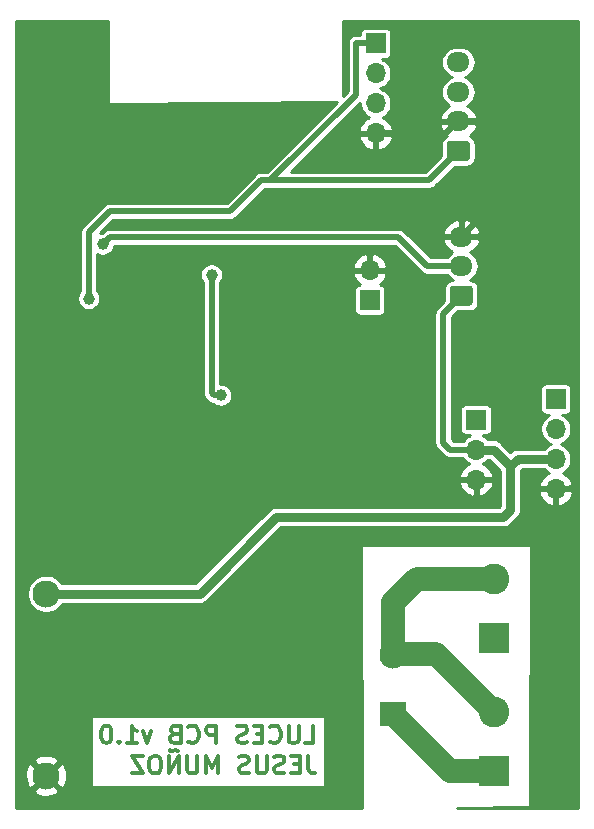
<source format=gbr>
%TF.GenerationSoftware,KiCad,Pcbnew,(5.1.10)-1*%
%TF.CreationDate,2021-09-08T13:01:39+02:00*%
%TF.ProjectId,LUCES,4c554345-532e-46b6-9963-61645f706362,rev?*%
%TF.SameCoordinates,Original*%
%TF.FileFunction,Copper,L2,Bot*%
%TF.FilePolarity,Positive*%
%FSLAX46Y46*%
G04 Gerber Fmt 4.6, Leading zero omitted, Abs format (unit mm)*
G04 Created by KiCad (PCBNEW (5.1.10)-1) date 2021-09-08 13:01:39*
%MOMM*%
%LPD*%
G01*
G04 APERTURE LIST*
%TA.AperFunction,NonConductor*%
%ADD10C,0.300000*%
%TD*%
%TA.AperFunction,ComponentPad*%
%ADD11O,1.700000X1.700000*%
%TD*%
%TA.AperFunction,ComponentPad*%
%ADD12R,1.700000X1.700000*%
%TD*%
%TA.AperFunction,ComponentPad*%
%ADD13C,2.300000*%
%TD*%
%TA.AperFunction,ComponentPad*%
%ADD14R,2.300000X2.000000*%
%TD*%
%TA.AperFunction,ComponentPad*%
%ADD15C,2.600000*%
%TD*%
%TA.AperFunction,ComponentPad*%
%ADD16R,2.600000X2.600000*%
%TD*%
%TA.AperFunction,ComponentPad*%
%ADD17O,1.950000X1.700000*%
%TD*%
%TA.AperFunction,ViaPad*%
%ADD18C,1.000000*%
%TD*%
%TA.AperFunction,Conductor*%
%ADD19C,2.000000*%
%TD*%
%TA.AperFunction,Conductor*%
%ADD20C,0.500000*%
%TD*%
%TA.AperFunction,Conductor*%
%ADD21C,0.800000*%
%TD*%
%TA.AperFunction,Conductor*%
%ADD22C,0.254000*%
%TD*%
%TA.AperFunction,Conductor*%
%ADD23C,0.020000*%
%TD*%
G04 APERTURE END LIST*
D10*
X683571Y-27853571D02*
X1397857Y-27853571D01*
X1397857Y-26353571D01*
X183571Y-26353571D02*
X183571Y-27567857D01*
X112142Y-27710714D01*
X40714Y-27782142D01*
X-102142Y-27853571D01*
X-387857Y-27853571D01*
X-530714Y-27782142D01*
X-602142Y-27710714D01*
X-673571Y-27567857D01*
X-673571Y-26353571D01*
X-2244999Y-27710714D02*
X-2173571Y-27782142D01*
X-1959285Y-27853571D01*
X-1816428Y-27853571D01*
X-1602142Y-27782142D01*
X-1459285Y-27639285D01*
X-1387857Y-27496428D01*
X-1316428Y-27210714D01*
X-1316428Y-26996428D01*
X-1387857Y-26710714D01*
X-1459285Y-26567857D01*
X-1602142Y-26425000D01*
X-1816428Y-26353571D01*
X-1959285Y-26353571D01*
X-2173571Y-26425000D01*
X-2244999Y-26496428D01*
X-2887857Y-27067857D02*
X-3387857Y-27067857D01*
X-3602142Y-27853571D02*
X-2887857Y-27853571D01*
X-2887857Y-26353571D01*
X-3602142Y-26353571D01*
X-4173571Y-27782142D02*
X-4387857Y-27853571D01*
X-4744999Y-27853571D01*
X-4887857Y-27782142D01*
X-4959285Y-27710714D01*
X-5030714Y-27567857D01*
X-5030714Y-27425000D01*
X-4959285Y-27282142D01*
X-4887857Y-27210714D01*
X-4744999Y-27139285D01*
X-4459285Y-27067857D01*
X-4316428Y-26996428D01*
X-4244999Y-26925000D01*
X-4173571Y-26782142D01*
X-4173571Y-26639285D01*
X-4244999Y-26496428D01*
X-4316428Y-26425000D01*
X-4459285Y-26353571D01*
X-4816428Y-26353571D01*
X-5030714Y-26425000D01*
X-6816428Y-27853571D02*
X-6816428Y-26353571D01*
X-7387857Y-26353571D01*
X-7530714Y-26425000D01*
X-7602142Y-26496428D01*
X-7673571Y-26639285D01*
X-7673571Y-26853571D01*
X-7602142Y-26996428D01*
X-7530714Y-27067857D01*
X-7387857Y-27139285D01*
X-6816428Y-27139285D01*
X-9173571Y-27710714D02*
X-9102142Y-27782142D01*
X-8887857Y-27853571D01*
X-8744999Y-27853571D01*
X-8530714Y-27782142D01*
X-8387857Y-27639285D01*
X-8316428Y-27496428D01*
X-8244999Y-27210714D01*
X-8244999Y-26996428D01*
X-8316428Y-26710714D01*
X-8387857Y-26567857D01*
X-8530714Y-26425000D01*
X-8744999Y-26353571D01*
X-8887857Y-26353571D01*
X-9102142Y-26425000D01*
X-9173571Y-26496428D01*
X-10316428Y-27067857D02*
X-10530714Y-27139285D01*
X-10602142Y-27210714D01*
X-10673571Y-27353571D01*
X-10673571Y-27567857D01*
X-10602142Y-27710714D01*
X-10530714Y-27782142D01*
X-10387857Y-27853571D01*
X-9816428Y-27853571D01*
X-9816428Y-26353571D01*
X-10316428Y-26353571D01*
X-10459285Y-26425000D01*
X-10530714Y-26496428D01*
X-10602142Y-26639285D01*
X-10602142Y-26782142D01*
X-10530714Y-26925000D01*
X-10459285Y-26996428D01*
X-10316428Y-27067857D01*
X-9816428Y-27067857D01*
X-12316428Y-26853571D02*
X-12673571Y-27853571D01*
X-13030714Y-26853571D01*
X-14387857Y-27853571D02*
X-13530714Y-27853571D01*
X-13959285Y-27853571D02*
X-13959285Y-26353571D01*
X-13816428Y-26567857D01*
X-13673571Y-26710714D01*
X-13530714Y-26782142D01*
X-15030714Y-27710714D02*
X-15102142Y-27782142D01*
X-15030714Y-27853571D01*
X-14959285Y-27782142D01*
X-15030714Y-27710714D01*
X-15030714Y-27853571D01*
X-16030714Y-26353571D02*
X-16173571Y-26353571D01*
X-16316428Y-26425000D01*
X-16387857Y-26496428D01*
X-16459285Y-26639285D01*
X-16530714Y-26925000D01*
X-16530714Y-27282142D01*
X-16459285Y-27567857D01*
X-16387857Y-27710714D01*
X-16316428Y-27782142D01*
X-16173571Y-27853571D01*
X-16030714Y-27853571D01*
X-15887857Y-27782142D01*
X-15816428Y-27710714D01*
X-15745000Y-27567857D01*
X-15673571Y-27282142D01*
X-15673571Y-26925000D01*
X-15745000Y-26639285D01*
X-15816428Y-26496428D01*
X-15887857Y-26425000D01*
X-16030714Y-26353571D01*
X969285Y-28903571D02*
X969285Y-29975000D01*
X1040714Y-30189285D01*
X1183571Y-30332142D01*
X1397857Y-30403571D01*
X1540714Y-30403571D01*
X255000Y-29617857D02*
X-245000Y-29617857D01*
X-459285Y-30403571D02*
X255000Y-30403571D01*
X255000Y-28903571D01*
X-459285Y-28903571D01*
X-1030714Y-30332142D02*
X-1245000Y-30403571D01*
X-1602142Y-30403571D01*
X-1745000Y-30332142D01*
X-1816428Y-30260714D01*
X-1887857Y-30117857D01*
X-1887857Y-29975000D01*
X-1816428Y-29832142D01*
X-1745000Y-29760714D01*
X-1602142Y-29689285D01*
X-1316428Y-29617857D01*
X-1173571Y-29546428D01*
X-1102142Y-29475000D01*
X-1030714Y-29332142D01*
X-1030714Y-29189285D01*
X-1102142Y-29046428D01*
X-1173571Y-28975000D01*
X-1316428Y-28903571D01*
X-1673571Y-28903571D01*
X-1887857Y-28975000D01*
X-2530714Y-28903571D02*
X-2530714Y-30117857D01*
X-2602142Y-30260714D01*
X-2673571Y-30332142D01*
X-2816428Y-30403571D01*
X-3102142Y-30403571D01*
X-3245000Y-30332142D01*
X-3316428Y-30260714D01*
X-3387857Y-30117857D01*
X-3387857Y-28903571D01*
X-4030714Y-30332142D02*
X-4245000Y-30403571D01*
X-4602142Y-30403571D01*
X-4745000Y-30332142D01*
X-4816428Y-30260714D01*
X-4887857Y-30117857D01*
X-4887857Y-29975000D01*
X-4816428Y-29832142D01*
X-4745000Y-29760714D01*
X-4602142Y-29689285D01*
X-4316428Y-29617857D01*
X-4173571Y-29546428D01*
X-4102142Y-29475000D01*
X-4030714Y-29332142D01*
X-4030714Y-29189285D01*
X-4102142Y-29046428D01*
X-4173571Y-28975000D01*
X-4316428Y-28903571D01*
X-4673571Y-28903571D01*
X-4887857Y-28975000D01*
X-6673571Y-30403571D02*
X-6673571Y-28903571D01*
X-7173571Y-29975000D01*
X-7673571Y-28903571D01*
X-7673571Y-30403571D01*
X-8387857Y-28903571D02*
X-8387857Y-30117857D01*
X-8459285Y-30260714D01*
X-8530714Y-30332142D01*
X-8673571Y-30403571D01*
X-8959285Y-30403571D01*
X-9102142Y-30332142D01*
X-9173571Y-30260714D01*
X-9245000Y-30117857D01*
X-9245000Y-28903571D01*
X-9959285Y-30403571D02*
X-9959285Y-28903571D01*
X-10816428Y-30403571D01*
X-10816428Y-28903571D01*
X-10030714Y-28546428D02*
X-10102142Y-28475000D01*
X-10245000Y-28403571D01*
X-10530714Y-28546428D01*
X-10673571Y-28475000D01*
X-10745000Y-28403571D01*
X-11816428Y-28903571D02*
X-12102142Y-28903571D01*
X-12244999Y-28975000D01*
X-12387857Y-29117857D01*
X-12459285Y-29403571D01*
X-12459285Y-29903571D01*
X-12387857Y-30189285D01*
X-12244999Y-30332142D01*
X-12102142Y-30403571D01*
X-11816428Y-30403571D01*
X-11673571Y-30332142D01*
X-11530714Y-30189285D01*
X-11459285Y-29903571D01*
X-11459285Y-29403571D01*
X-11530714Y-29117857D01*
X-11673571Y-28975000D01*
X-11816428Y-28903571D01*
X-12959285Y-28903571D02*
X-13959285Y-28903571D01*
X-12959285Y-30403571D01*
X-13959285Y-30403571D01*
D11*
%TO.P,J7,3*%
%TO.N,Earth*%
X15200000Y-5530000D03*
%TO.P,J7,2*%
%TO.N,+5V*%
X15200000Y-2990000D03*
D12*
%TO.P,J7,1*%
%TO.N,/PWM*%
X15200000Y-450000D03*
%TD*%
D11*
%TO.P,J4,4*%
%TO.N,Earth*%
X21950000Y-6320000D03*
%TO.P,J4,3*%
%TO.N,+5V*%
X21950000Y-3780000D03*
%TO.P,J4,2*%
%TO.N,/ZC*%
X21950000Y-1240000D03*
D12*
%TO.P,J4,1*%
%TO.N,/DIM*%
X21950000Y1300000D03*
%TD*%
D13*
%TO.P,PS1,4*%
%TO.N,+5V*%
X-21200000Y-15200000D03*
%TO.P,PS1,2*%
%TO.N,/N_in*%
X8200000Y-20400000D03*
D14*
%TO.P,PS1,1*%
%TO.N,/L_in*%
X8200000Y-25400000D03*
D13*
%TO.P,PS1,3*%
%TO.N,Earth*%
X-21200000Y-30600000D03*
%TD*%
D11*
%TO.P,JP1,2*%
%TO.N,Earth*%
X6200000Y12200000D03*
D12*
%TO.P,JP1,1*%
%TO.N,Net-(JP1-Pad1)*%
X6200000Y9660000D03*
%TD*%
D15*
%TO.P,J2,2*%
%TO.N,/N_in*%
X16700000Y-13950000D03*
D16*
%TO.P,J2,1*%
%TO.N,Net-(J2-Pad1)*%
X16700000Y-18950000D03*
%TD*%
D11*
%TO.P,J5,4*%
%TO.N,Earth*%
X6700000Y23780000D03*
%TO.P,J5,3*%
%TO.N,Net-(J5-Pad3)*%
X6700000Y26320000D03*
%TO.P,J5,2*%
%TO.N,Net-(J5-Pad2)*%
X6700000Y28860000D03*
D12*
%TO.P,J5,1*%
%TO.N,+3V3*%
X6700000Y31400000D03*
%TD*%
D17*
%TO.P,J6,3*%
%TO.N,Earth*%
X13950000Y15050000D03*
%TO.P,J6,2*%
%TO.N,/PIR*%
X13950000Y12550000D03*
%TO.P,J6,1*%
%TO.N,+5V*%
%TA.AperFunction,ComponentPad*%
G36*
G01*
X14675000Y9200000D02*
X13225000Y9200000D01*
G75*
G02*
X12975000Y9450000I0J250000D01*
G01*
X12975000Y10650000D01*
G75*
G02*
X13225000Y10900000I250000J0D01*
G01*
X14675000Y10900000D01*
G75*
G02*
X14925000Y10650000I0J-250000D01*
G01*
X14925000Y9450000D01*
G75*
G02*
X14675000Y9200000I-250000J0D01*
G01*
G37*
%TD.AperFunction*%
%TD*%
D15*
%TO.P,J1,2*%
%TO.N,/N_in*%
X16700000Y-25200000D03*
D16*
%TO.P,J1,1*%
%TO.N,/L_in*%
X16700000Y-30200000D03*
%TD*%
D17*
%TO.P,J3,4*%
%TO.N,/SCL*%
X13700000Y29800000D03*
%TO.P,J3,3*%
%TO.N,/SDA*%
X13700000Y27300000D03*
%TO.P,J3,2*%
%TO.N,Earth*%
X13700000Y24800000D03*
%TO.P,J3,1*%
%TO.N,+3V3*%
%TA.AperFunction,ComponentPad*%
G36*
G01*
X14425000Y21450000D02*
X12975000Y21450000D01*
G75*
G02*
X12725000Y21700000I0J250000D01*
G01*
X12725000Y22900000D01*
G75*
G02*
X12975000Y23150000I250000J0D01*
G01*
X14425000Y23150000D01*
G75*
G02*
X14675000Y22900000I0J-250000D01*
G01*
X14675000Y21700000D01*
G75*
G02*
X14425000Y21450000I-250000J0D01*
G01*
G37*
%TD.AperFunction*%
%TD*%
D18*
%TO.N,Earth*%
X10600000Y-1000000D03*
X-5400000Y-7800000D03*
X-15400000Y3400000D03*
%TO.N,Net-(R1-Pad1)*%
X-7200000Y11800000D03*
X-6400000Y1600000D03*
%TO.N,+3V3*%
X-17600000Y9800000D03*
%TO.N,/PIR*%
X-16400000Y14400000D03*
%TD*%
D19*
%TO.N,/N_in*%
X16700000Y-25200000D02*
X11820000Y-20320000D01*
X8280000Y-20320000D02*
X8200000Y-20400000D01*
X11820000Y-20320000D02*
X8280000Y-20320000D01*
X8200000Y-20400000D02*
X8200000Y-15930000D01*
X10180000Y-13950000D02*
X16700000Y-13950000D01*
X8200000Y-15930000D02*
X10180000Y-13950000D01*
%TO.N,/L_in*%
X13000000Y-30200000D02*
X8200000Y-25400000D01*
X16700000Y-30200000D02*
X13000000Y-30200000D01*
D20*
%TO.N,Earth*%
X12680000Y23780000D02*
X13700000Y24800000D01*
X6700000Y23780000D02*
X12680000Y23780000D01*
X13700000Y24800000D02*
X16000000Y24800000D01*
X16000000Y24800000D02*
X17400000Y23400000D01*
X17400000Y18500000D02*
X13950000Y15050000D01*
X17400000Y23400000D02*
X17400000Y18500000D01*
X10600000Y-1000000D02*
X10600000Y-4200000D01*
X11930000Y-5530000D02*
X15200000Y-5530000D01*
X10600000Y-4200000D02*
X11930000Y-5530000D01*
X1400000Y-1000000D02*
X10600000Y-1000000D01*
X-5400000Y-7800000D02*
X1400000Y-1000000D01*
X-5400000Y-6600000D02*
X-5400000Y-7800000D01*
X-15400000Y3400000D02*
X-5400000Y-6600000D01*
X18350000Y15050000D02*
X13950000Y15050000D01*
X23719990Y9680010D02*
X18350000Y15050000D01*
X23719990Y-5780010D02*
X23719990Y9680010D01*
X23180000Y-6320000D02*
X23719990Y-5780010D01*
X21950000Y-6320000D02*
X23180000Y-6320000D01*
%TO.N,Net-(R1-Pad1)*%
X-7000000Y1600000D02*
X-7200000Y1800000D01*
X-6400000Y1600000D02*
X-7000000Y1600000D01*
X-7200000Y1800000D02*
X-7200000Y11800000D01*
%TO.N,+5V*%
X15200000Y-2990000D02*
X12990000Y-2990000D01*
X12990000Y-2990000D02*
X12400000Y-2400000D01*
X12400000Y8500000D02*
X13950000Y10050000D01*
X12400000Y-2400000D02*
X12400000Y8500000D01*
D21*
X15200000Y-2990000D02*
X15690000Y-2990000D01*
X-8200000Y-15200000D02*
X-21200000Y-15200000D01*
X17500000Y-8700000D02*
X-1700000Y-8700000D01*
X18100000Y-8100000D02*
X17500000Y-8700000D01*
X16690000Y-2990000D02*
X18100000Y-4400000D01*
X-1700000Y-8700000D02*
X-8200000Y-15200000D01*
X18100000Y-4400000D02*
X18100000Y-8100000D01*
X15200000Y-2990000D02*
X16690000Y-2990000D01*
X18720000Y-3780000D02*
X18100000Y-4400000D01*
X21950000Y-3780000D02*
X18720000Y-3780000D01*
D20*
%TO.N,+3V3*%
X-17600000Y9800000D02*
X-17600000Y15400000D01*
X-17600000Y15400000D02*
X-15800000Y17200000D01*
X-5600000Y17200000D02*
X-3000000Y19800000D01*
X-15800000Y17200000D02*
X-5600000Y17200000D01*
X11200000Y19800000D02*
X13700000Y22300000D01*
X-3000000Y19800000D02*
X11200000Y19800000D01*
X6700000Y31400000D02*
X5050010Y31400000D01*
X-2222166Y19800000D02*
X-3000000Y19800000D01*
X5050010Y27072176D02*
X-2222166Y19800000D01*
X5050010Y31400000D02*
X5050010Y27072176D01*
%TO.N,/PIR*%
X-16400000Y14400000D02*
X-15800000Y15000000D01*
X-15800000Y15000000D02*
X8600000Y15000000D01*
X11050000Y12550000D02*
X13950000Y12550000D01*
X8600000Y15000000D02*
X11050000Y12550000D01*
%TD*%
D22*
%TO.N,Earth*%
X-15927000Y26400000D02*
X-15924300Y26373954D01*
X-15916831Y26350205D01*
X-15904871Y26328369D01*
X-15888882Y26309286D01*
X-15869476Y26293689D01*
X-15847401Y26282178D01*
X-15823504Y26275194D01*
X-15798704Y26273007D01*
X3418804Y26469104D01*
X-2523298Y20527000D01*
X-2964293Y20527000D01*
X-3000001Y20530517D01*
X-3142518Y20516480D01*
X-3174413Y20506805D01*
X-3279557Y20474910D01*
X-3405853Y20407403D01*
X-3516554Y20316554D01*
X-3539321Y20288812D01*
X-5901132Y17927000D01*
X-15764295Y17927000D01*
X-15800001Y17930517D01*
X-15835706Y17927000D01*
X-15835708Y17927000D01*
X-15942517Y17916480D01*
X-16079557Y17874910D01*
X-16205853Y17807403D01*
X-16316554Y17716554D01*
X-16339321Y17688812D01*
X-18088811Y15939321D01*
X-18116553Y15916554D01*
X-18207402Y15805853D01*
X-18274910Y15679556D01*
X-18316480Y15542517D01*
X-18330517Y15400000D01*
X-18326999Y15364282D01*
X-18327000Y10454686D01*
X-18358885Y10422801D01*
X-18465806Y10262783D01*
X-18539454Y10084980D01*
X-18577000Y9896226D01*
X-18577000Y9703774D01*
X-18539454Y9515020D01*
X-18465806Y9337217D01*
X-18358885Y9177199D01*
X-18222801Y9041115D01*
X-18062783Y8934194D01*
X-17884980Y8860546D01*
X-17696226Y8823000D01*
X-17503774Y8823000D01*
X-17315020Y8860546D01*
X-17137217Y8934194D01*
X-16977199Y9041115D01*
X-16841115Y9177199D01*
X-16734194Y9337217D01*
X-16660546Y9515020D01*
X-16623000Y9703774D01*
X-16623000Y9896226D01*
X-16660546Y10084980D01*
X-16734194Y10262783D01*
X-16841115Y10422801D01*
X-16873000Y10454686D01*
X-16873000Y11896226D01*
X-8177000Y11896226D01*
X-8177000Y11703774D01*
X-8139454Y11515020D01*
X-8065806Y11337217D01*
X-7958885Y11177199D01*
X-7926999Y11145313D01*
X-7927000Y1835708D01*
X-7930517Y1800000D01*
X-7927000Y1764293D01*
X-7916480Y1657484D01*
X-7874910Y1520444D01*
X-7807403Y1394148D01*
X-7716554Y1283447D01*
X-7688812Y1260679D01*
X-7539322Y1111189D01*
X-7516554Y1083446D01*
X-7405853Y992597D01*
X-7279557Y925090D01*
X-7211037Y904305D01*
X-7142518Y883520D01*
X-7056759Y875073D01*
X-7022801Y841115D01*
X-6862783Y734194D01*
X-6684980Y660546D01*
X-6496226Y623000D01*
X-6303774Y623000D01*
X-6115020Y660546D01*
X-5937217Y734194D01*
X-5777199Y841115D01*
X-5641115Y977199D01*
X-5534194Y1137217D01*
X-5460546Y1315020D01*
X-5423000Y1503774D01*
X-5423000Y1696226D01*
X-5460546Y1884980D01*
X-5534194Y2062783D01*
X-5641115Y2222801D01*
X-5777199Y2358885D01*
X-5937217Y2465806D01*
X-6115020Y2539454D01*
X-6303774Y2577000D01*
X-6473000Y2577000D01*
X-6473000Y11145314D01*
X-6441115Y11177199D01*
X-6334194Y11337217D01*
X-6260546Y11515020D01*
X-6223000Y11703774D01*
X-6223000Y11843110D01*
X4758524Y11843110D01*
X4803175Y11695901D01*
X4928359Y11433080D01*
X5102412Y11199731D01*
X5318645Y11004822D01*
X5345445Y10988858D01*
X5256492Y10980097D01*
X5166577Y10952822D01*
X5083711Y10908529D01*
X5011079Y10848921D01*
X4951471Y10776289D01*
X4907178Y10693423D01*
X4879903Y10603508D01*
X4870693Y10510000D01*
X4870693Y8810000D01*
X4879903Y8716492D01*
X4907178Y8626577D01*
X4951471Y8543711D01*
X5011079Y8471079D01*
X5083711Y8411471D01*
X5166577Y8367178D01*
X5256492Y8339903D01*
X5350000Y8330693D01*
X7050000Y8330693D01*
X7143508Y8339903D01*
X7233423Y8367178D01*
X7316289Y8411471D01*
X7388921Y8471079D01*
X7448529Y8543711D01*
X7492822Y8626577D01*
X7520097Y8716492D01*
X7529307Y8810000D01*
X7529307Y10510000D01*
X7520097Y10603508D01*
X7492822Y10693423D01*
X7448529Y10776289D01*
X7388921Y10848921D01*
X7316289Y10908529D01*
X7233423Y10952822D01*
X7143508Y10980097D01*
X7054555Y10988858D01*
X7081355Y11004822D01*
X7297588Y11199731D01*
X7471641Y11433080D01*
X7596825Y11695901D01*
X7641476Y11843110D01*
X7520155Y12073000D01*
X6327000Y12073000D01*
X6327000Y12053000D01*
X6073000Y12053000D01*
X6073000Y12073000D01*
X4879845Y12073000D01*
X4758524Y11843110D01*
X-6223000Y11843110D01*
X-6223000Y11896226D01*
X-6260546Y12084980D01*
X-6334194Y12262783D01*
X-6441115Y12422801D01*
X-6575204Y12556890D01*
X4758524Y12556890D01*
X4879845Y12327000D01*
X6073000Y12327000D01*
X6073000Y13520814D01*
X6327000Y13520814D01*
X6327000Y12327000D01*
X7520155Y12327000D01*
X7641476Y12556890D01*
X7596825Y12704099D01*
X7471641Y12966920D01*
X7297588Y13200269D01*
X7081355Y13395178D01*
X6831252Y13544157D01*
X6556891Y13641481D01*
X6327000Y13520814D01*
X6073000Y13520814D01*
X5843109Y13641481D01*
X5568748Y13544157D01*
X5318645Y13395178D01*
X5102412Y13200269D01*
X4928359Y12966920D01*
X4803175Y12704099D01*
X4758524Y12556890D01*
X-6575204Y12556890D01*
X-6577199Y12558885D01*
X-6737217Y12665806D01*
X-6915020Y12739454D01*
X-7103774Y12777000D01*
X-7296226Y12777000D01*
X-7484980Y12739454D01*
X-7662783Y12665806D01*
X-7822801Y12558885D01*
X-7958885Y12422801D01*
X-8065806Y12262783D01*
X-8139454Y12084980D01*
X-8177000Y11896226D01*
X-16873000Y11896226D01*
X-16873000Y13541021D01*
X-16862783Y13534194D01*
X-16684980Y13460546D01*
X-16496226Y13423000D01*
X-16303774Y13423000D01*
X-16115020Y13460546D01*
X-15937217Y13534194D01*
X-15777199Y13641115D01*
X-15641115Y13777199D01*
X-15534194Y13937217D01*
X-15460546Y14115020D01*
X-15429121Y14273000D01*
X8298868Y14273000D01*
X10510679Y12061188D01*
X10533446Y12033446D01*
X10644147Y11942597D01*
X10770443Y11875090D01*
X10875587Y11843195D01*
X10907482Y11833520D01*
X11049999Y11819483D01*
X11085707Y11823000D01*
X12708921Y11823000D01*
X12716302Y11809192D01*
X12882130Y11607130D01*
X13084192Y11441302D01*
X13204039Y11377243D01*
X13082719Y11365294D01*
X12945906Y11323792D01*
X12819819Y11256397D01*
X12709302Y11165698D01*
X12618603Y11055181D01*
X12551208Y10929094D01*
X12509706Y10792281D01*
X12495693Y10650000D01*
X12495693Y9623825D01*
X11911189Y9039321D01*
X11883447Y9016554D01*
X11815857Y8934194D01*
X11792598Y8905853D01*
X11725090Y8779556D01*
X11683520Y8642517D01*
X11669483Y8500000D01*
X11673001Y8464282D01*
X11673000Y-2364292D01*
X11669483Y-2400000D01*
X11683520Y-2542517D01*
X11716963Y-2652764D01*
X11725090Y-2679556D01*
X11792597Y-2805852D01*
X11883446Y-2916553D01*
X11911189Y-2939321D01*
X12450678Y-3478811D01*
X12473446Y-3506554D01*
X12584147Y-3597403D01*
X12681243Y-3649302D01*
X12710443Y-3664910D01*
X12847482Y-3706480D01*
X12989999Y-3720517D01*
X13025707Y-3717000D01*
X14089797Y-3717000D01*
X14169252Y-3835913D01*
X14354087Y-4020748D01*
X14571430Y-4165972D01*
X14596035Y-4176164D01*
X14568748Y-4185843D01*
X14318645Y-4334822D01*
X14102412Y-4529731D01*
X13928359Y-4763080D01*
X13803175Y-5025901D01*
X13758524Y-5173110D01*
X13879845Y-5403000D01*
X15073000Y-5403000D01*
X15073000Y-5383000D01*
X15327000Y-5383000D01*
X15327000Y-5403000D01*
X16520155Y-5403000D01*
X16641476Y-5173110D01*
X16596825Y-5025901D01*
X16471641Y-4763080D01*
X16297588Y-4529731D01*
X16081355Y-4334822D01*
X15831252Y-4185843D01*
X15803965Y-4176164D01*
X15828570Y-4165972D01*
X16045913Y-4020748D01*
X16199661Y-3867000D01*
X16326735Y-3867000D01*
X17223000Y-4763266D01*
X17223001Y-7736734D01*
X17136735Y-7823000D01*
X-1656924Y-7823000D01*
X-1700001Y-7818757D01*
X-1743078Y-7823000D01*
X-1743079Y-7823000D01*
X-1871922Y-7835690D01*
X-2037237Y-7885838D01*
X-2189592Y-7967273D01*
X-2323133Y-8076867D01*
X-2350594Y-8110329D01*
X-8563265Y-14323000D01*
X-19829217Y-14323000D01*
X-19936227Y-14162848D01*
X-20162848Y-13936227D01*
X-20429327Y-13758172D01*
X-20725422Y-13635525D01*
X-21039755Y-13573000D01*
X-21360245Y-13573000D01*
X-21674578Y-13635525D01*
X-21970673Y-13758172D01*
X-22237152Y-13936227D01*
X-22463773Y-14162848D01*
X-22641828Y-14429327D01*
X-22764475Y-14725422D01*
X-22827000Y-15039755D01*
X-22827000Y-15360245D01*
X-22764475Y-15674578D01*
X-22641828Y-15970673D01*
X-22463773Y-16237152D01*
X-22237152Y-16463773D01*
X-21970673Y-16641828D01*
X-21674578Y-16764475D01*
X-21360245Y-16827000D01*
X-21039755Y-16827000D01*
X-20725422Y-16764475D01*
X-20429327Y-16641828D01*
X-20162848Y-16463773D01*
X-19936227Y-16237152D01*
X-19829217Y-16077000D01*
X-8243079Y-16077000D01*
X-8200000Y-16081243D01*
X-8156921Y-16077000D01*
X-8028078Y-16064310D01*
X-7862763Y-16014162D01*
X-7710408Y-15932727D01*
X-7576867Y-15823133D01*
X-7549403Y-15789668D01*
X-1336735Y-9577000D01*
X17456921Y-9577000D01*
X17500000Y-9581243D01*
X17543079Y-9577000D01*
X17671922Y-9564310D01*
X17837237Y-9514162D01*
X17989592Y-9432727D01*
X18123133Y-9323133D01*
X18150596Y-9289669D01*
X18689673Y-8750593D01*
X18723133Y-8723133D01*
X18832727Y-8589592D01*
X18914162Y-8437237D01*
X18964310Y-8271922D01*
X18977000Y-8143079D01*
X18977000Y-8143078D01*
X18981243Y-8100001D01*
X18977000Y-8056924D01*
X18977000Y-6676890D01*
X20508524Y-6676890D01*
X20553175Y-6824099D01*
X20678359Y-7086920D01*
X20852412Y-7320269D01*
X21068645Y-7515178D01*
X21318748Y-7664157D01*
X21593109Y-7761481D01*
X21823000Y-7640814D01*
X21823000Y-6447000D01*
X22077000Y-6447000D01*
X22077000Y-7640814D01*
X22306891Y-7761481D01*
X22581252Y-7664157D01*
X22831355Y-7515178D01*
X23047588Y-7320269D01*
X23221641Y-7086920D01*
X23346825Y-6824099D01*
X23391476Y-6676890D01*
X23270155Y-6447000D01*
X22077000Y-6447000D01*
X21823000Y-6447000D01*
X20629845Y-6447000D01*
X20508524Y-6676890D01*
X18977000Y-6676890D01*
X18977000Y-4763265D01*
X19083265Y-4657000D01*
X20950339Y-4657000D01*
X21104087Y-4810748D01*
X21321430Y-4955972D01*
X21346035Y-4966164D01*
X21318748Y-4975843D01*
X21068645Y-5124822D01*
X20852412Y-5319731D01*
X20678359Y-5553080D01*
X20553175Y-5815901D01*
X20508524Y-5963110D01*
X20629845Y-6193000D01*
X21823000Y-6193000D01*
X21823000Y-6173000D01*
X22077000Y-6173000D01*
X22077000Y-6193000D01*
X23270155Y-6193000D01*
X23391476Y-5963110D01*
X23346825Y-5815901D01*
X23221641Y-5553080D01*
X23047588Y-5319731D01*
X22831355Y-5124822D01*
X22581252Y-4975843D01*
X22553965Y-4966164D01*
X22578570Y-4955972D01*
X22795913Y-4810748D01*
X22980748Y-4625913D01*
X23125972Y-4408570D01*
X23226004Y-4167072D01*
X23277000Y-3910698D01*
X23277000Y-3649302D01*
X23226004Y-3392928D01*
X23125972Y-3151430D01*
X22980748Y-2934087D01*
X22795913Y-2749252D01*
X22578570Y-2604028D01*
X22351567Y-2510000D01*
X22578570Y-2415972D01*
X22795913Y-2270748D01*
X22980748Y-2085913D01*
X23125972Y-1868570D01*
X23226004Y-1627072D01*
X23277000Y-1370698D01*
X23277000Y-1109302D01*
X23226004Y-852928D01*
X23125972Y-611430D01*
X22980748Y-394087D01*
X22795913Y-209252D01*
X22578570Y-64028D01*
X22494746Y-29307D01*
X22800000Y-29307D01*
X22893508Y-20097D01*
X22983423Y7178D01*
X23066289Y51471D01*
X23138921Y111079D01*
X23198529Y183711D01*
X23242822Y266577D01*
X23270097Y356492D01*
X23279307Y450000D01*
X23279307Y2150000D01*
X23270097Y2243508D01*
X23242822Y2333423D01*
X23198529Y2416289D01*
X23138921Y2488921D01*
X23066289Y2548529D01*
X22983423Y2592822D01*
X22893508Y2620097D01*
X22800000Y2629307D01*
X21100000Y2629307D01*
X21006492Y2620097D01*
X20916577Y2592822D01*
X20833711Y2548529D01*
X20761079Y2488921D01*
X20701471Y2416289D01*
X20657178Y2333423D01*
X20629903Y2243508D01*
X20620693Y2150000D01*
X20620693Y450000D01*
X20629903Y356492D01*
X20657178Y266577D01*
X20701471Y183711D01*
X20761079Y111079D01*
X20833711Y51471D01*
X20916577Y7178D01*
X21006492Y-20097D01*
X21100000Y-29307D01*
X21405254Y-29307D01*
X21321430Y-64028D01*
X21104087Y-209252D01*
X20919252Y-394087D01*
X20774028Y-611430D01*
X20673996Y-852928D01*
X20623000Y-1109302D01*
X20623000Y-1370698D01*
X20673996Y-1627072D01*
X20774028Y-1868570D01*
X20919252Y-2085913D01*
X21104087Y-2270748D01*
X21321430Y-2415972D01*
X21548433Y-2510000D01*
X21321430Y-2604028D01*
X21104087Y-2749252D01*
X20950339Y-2903000D01*
X18763069Y-2903000D01*
X18719999Y-2898758D01*
X18676930Y-2903000D01*
X18676921Y-2903000D01*
X18548078Y-2915690D01*
X18382763Y-2965838D01*
X18230408Y-3047273D01*
X18097013Y-3156747D01*
X17340597Y-2400331D01*
X17313133Y-2366867D01*
X17179592Y-2257273D01*
X17027237Y-2175838D01*
X16861922Y-2125690D01*
X16733079Y-2113000D01*
X16690000Y-2108757D01*
X16646921Y-2113000D01*
X16199661Y-2113000D01*
X16045913Y-1959252D01*
X15828570Y-1814028D01*
X15744746Y-1779307D01*
X16050000Y-1779307D01*
X16143508Y-1770097D01*
X16233423Y-1742822D01*
X16316289Y-1698529D01*
X16388921Y-1638921D01*
X16448529Y-1566289D01*
X16492822Y-1483423D01*
X16520097Y-1393508D01*
X16529307Y-1300000D01*
X16529307Y400000D01*
X16520097Y493508D01*
X16492822Y583423D01*
X16448529Y666289D01*
X16388921Y738921D01*
X16316289Y798529D01*
X16233423Y842822D01*
X16143508Y870097D01*
X16050000Y879307D01*
X14350000Y879307D01*
X14256492Y870097D01*
X14166577Y842822D01*
X14083711Y798529D01*
X14011079Y738921D01*
X13951471Y666289D01*
X13907178Y583423D01*
X13879903Y493508D01*
X13870693Y400000D01*
X13870693Y-1300000D01*
X13879903Y-1393508D01*
X13907178Y-1483423D01*
X13951471Y-1566289D01*
X14011079Y-1638921D01*
X14083711Y-1698529D01*
X14166577Y-1742822D01*
X14256492Y-1770097D01*
X14350000Y-1779307D01*
X14655254Y-1779307D01*
X14571430Y-1814028D01*
X14354087Y-1959252D01*
X14169252Y-2144087D01*
X14089797Y-2263000D01*
X13291133Y-2263000D01*
X13127000Y-2098868D01*
X13127000Y8198868D01*
X13648825Y8720693D01*
X14675000Y8720693D01*
X14817281Y8734706D01*
X14954094Y8776208D01*
X15080181Y8843603D01*
X15190698Y8934302D01*
X15281397Y9044819D01*
X15348792Y9170906D01*
X15390294Y9307719D01*
X15404307Y9450000D01*
X15404307Y10650000D01*
X15390294Y10792281D01*
X15348792Y10929094D01*
X15281397Y11055181D01*
X15190698Y11165698D01*
X15080181Y11256397D01*
X14954094Y11323792D01*
X14817281Y11365294D01*
X14695961Y11377243D01*
X14815808Y11441302D01*
X15017870Y11607130D01*
X15183698Y11809192D01*
X15306919Y12039722D01*
X15382799Y12289863D01*
X15408420Y12550000D01*
X15382799Y12810137D01*
X15306919Y13060278D01*
X15183698Y13290808D01*
X15017870Y13492870D01*
X14815808Y13658698D01*
X14709702Y13715413D01*
X14852570Y13784947D01*
X15084429Y13960951D01*
X15277496Y14178807D01*
X15424352Y14430142D01*
X15516476Y14693110D01*
X15395155Y14923000D01*
X14077000Y14923000D01*
X14077000Y14903000D01*
X13823000Y14903000D01*
X13823000Y14923000D01*
X12504845Y14923000D01*
X12383524Y14693110D01*
X12475648Y14430142D01*
X12622504Y14178807D01*
X12815571Y13960951D01*
X13047430Y13784947D01*
X13190298Y13715413D01*
X13084192Y13658698D01*
X12882130Y13492870D01*
X12716302Y13290808D01*
X12708921Y13277000D01*
X11351133Y13277000D01*
X9221243Y15406890D01*
X12383524Y15406890D01*
X12504845Y15177000D01*
X13823000Y15177000D01*
X13823000Y16376165D01*
X14077000Y16376165D01*
X14077000Y15177000D01*
X15395155Y15177000D01*
X15516476Y15406890D01*
X15424352Y15669858D01*
X15277496Y15921193D01*
X15084429Y16139049D01*
X14852570Y16315053D01*
X14590830Y16442442D01*
X14309267Y16516320D01*
X14077000Y16376165D01*
X13823000Y16376165D01*
X13590733Y16516320D01*
X13309170Y16442442D01*
X13047430Y16315053D01*
X12815571Y16139049D01*
X12622504Y15921193D01*
X12475648Y15669858D01*
X12383524Y15406890D01*
X9221243Y15406890D01*
X9139326Y15488806D01*
X9116554Y15516554D01*
X9005853Y15607403D01*
X8879557Y15674910D01*
X8742517Y15716480D01*
X8635708Y15727000D01*
X8600000Y15730517D01*
X8564292Y15727000D01*
X-15764293Y15727000D01*
X-15800001Y15730517D01*
X-15942518Y15716480D01*
X-15974413Y15706805D01*
X-16079557Y15674910D01*
X-16205853Y15607403D01*
X-16316554Y15516554D01*
X-16339322Y15488811D01*
X-16451133Y15377000D01*
X-16496226Y15377000D01*
X-16619361Y15352507D01*
X-15498867Y16473000D01*
X-5635708Y16473000D01*
X-5600000Y16469483D01*
X-5457483Y16483520D01*
X-5320443Y16525090D01*
X-5194147Y16592597D01*
X-5083446Y16683446D01*
X-5060674Y16711194D01*
X-2698867Y19073000D01*
X-2257874Y19073000D01*
X-2222166Y19069483D01*
X-2186458Y19073000D01*
X11164292Y19073000D01*
X11200000Y19069483D01*
X11342517Y19083520D01*
X11479557Y19125090D01*
X11605853Y19192597D01*
X11716554Y19283446D01*
X11739326Y19311194D01*
X13398826Y20970693D01*
X14425000Y20970693D01*
X14567281Y20984706D01*
X14704094Y21026208D01*
X14830181Y21093603D01*
X14940698Y21184302D01*
X15031397Y21294819D01*
X15098792Y21420906D01*
X15140294Y21557719D01*
X15154307Y21700000D01*
X15154307Y22900000D01*
X15140294Y23042281D01*
X15098792Y23179094D01*
X15031397Y23305181D01*
X14940698Y23415698D01*
X14830181Y23506397D01*
X14704094Y23573792D01*
X14668119Y23584705D01*
X14834429Y23710951D01*
X15027496Y23928807D01*
X15174352Y24180142D01*
X15266476Y24443110D01*
X15145155Y24673000D01*
X13827000Y24673000D01*
X13827000Y24653000D01*
X13573000Y24653000D01*
X13573000Y24673000D01*
X12254845Y24673000D01*
X12133524Y24443110D01*
X12225648Y24180142D01*
X12372504Y23928807D01*
X12565571Y23710951D01*
X12731881Y23584705D01*
X12695906Y23573792D01*
X12569819Y23506397D01*
X12459302Y23415698D01*
X12368603Y23305181D01*
X12301208Y23179094D01*
X12259706Y23042281D01*
X12245693Y22900000D01*
X12245693Y21873826D01*
X10898868Y20527000D01*
X-467034Y20527000D01*
X2429076Y23423110D01*
X5258524Y23423110D01*
X5303175Y23275901D01*
X5428359Y23013080D01*
X5602412Y22779731D01*
X5818645Y22584822D01*
X6068748Y22435843D01*
X6343109Y22338519D01*
X6573000Y22459186D01*
X6573000Y23653000D01*
X6827000Y23653000D01*
X6827000Y22459186D01*
X7056891Y22338519D01*
X7331252Y22435843D01*
X7581355Y22584822D01*
X7797588Y22779731D01*
X7971641Y23013080D01*
X8096825Y23275901D01*
X8141476Y23423110D01*
X8020155Y23653000D01*
X6827000Y23653000D01*
X6573000Y23653000D01*
X5379845Y23653000D01*
X5258524Y23423110D01*
X2429076Y23423110D01*
X5373000Y26367032D01*
X5373000Y26189302D01*
X5423996Y25932928D01*
X5524028Y25691430D01*
X5669252Y25474087D01*
X5854087Y25289252D01*
X6071430Y25144028D01*
X6096035Y25133836D01*
X6068748Y25124157D01*
X5818645Y24975178D01*
X5602412Y24780269D01*
X5428359Y24546920D01*
X5303175Y24284099D01*
X5258524Y24136890D01*
X5379845Y23907000D01*
X6573000Y23907000D01*
X6573000Y23927000D01*
X6827000Y23927000D01*
X6827000Y23907000D01*
X8020155Y23907000D01*
X8141476Y24136890D01*
X8096825Y24284099D01*
X7971641Y24546920D01*
X7797588Y24780269D01*
X7581355Y24975178D01*
X7331252Y25124157D01*
X7303965Y25133836D01*
X7328570Y25144028D01*
X7347819Y25156890D01*
X12133524Y25156890D01*
X12254845Y24927000D01*
X13573000Y24927000D01*
X13573000Y24947000D01*
X13827000Y24947000D01*
X13827000Y24927000D01*
X15145155Y24927000D01*
X15266476Y25156890D01*
X15174352Y25419858D01*
X15027496Y25671193D01*
X14834429Y25889049D01*
X14602570Y26065053D01*
X14459702Y26134587D01*
X14565808Y26191302D01*
X14767870Y26357130D01*
X14933698Y26559192D01*
X15056919Y26789722D01*
X15132799Y27039863D01*
X15158420Y27300000D01*
X15132799Y27560137D01*
X15056919Y27810278D01*
X14933698Y28040808D01*
X14767870Y28242870D01*
X14565808Y28408698D01*
X14335278Y28531919D01*
X14275673Y28550000D01*
X14335278Y28568081D01*
X14565808Y28691302D01*
X14767870Y28857130D01*
X14933698Y29059192D01*
X15056919Y29289722D01*
X15132799Y29539863D01*
X15158420Y29800000D01*
X15132799Y30060137D01*
X15056919Y30310278D01*
X14933698Y30540808D01*
X14767870Y30742870D01*
X14565808Y30908698D01*
X14335278Y31031919D01*
X14085137Y31107799D01*
X13890184Y31127000D01*
X13509816Y31127000D01*
X13314863Y31107799D01*
X13064722Y31031919D01*
X12834192Y30908698D01*
X12632130Y30742870D01*
X12466302Y30540808D01*
X12343081Y30310278D01*
X12267201Y30060137D01*
X12241580Y29800000D01*
X12267201Y29539863D01*
X12343081Y29289722D01*
X12466302Y29059192D01*
X12632130Y28857130D01*
X12834192Y28691302D01*
X13064722Y28568081D01*
X13124327Y28550000D01*
X13064722Y28531919D01*
X12834192Y28408698D01*
X12632130Y28242870D01*
X12466302Y28040808D01*
X12343081Y27810278D01*
X12267201Y27560137D01*
X12241580Y27300000D01*
X12267201Y27039863D01*
X12343081Y26789722D01*
X12466302Y26559192D01*
X12632130Y26357130D01*
X12834192Y26191302D01*
X12940298Y26134587D01*
X12797430Y26065053D01*
X12565571Y25889049D01*
X12372504Y25671193D01*
X12225648Y25419858D01*
X12133524Y25156890D01*
X7347819Y25156890D01*
X7545913Y25289252D01*
X7730748Y25474087D01*
X7875972Y25691430D01*
X7976004Y25932928D01*
X8027000Y26189302D01*
X8027000Y26450698D01*
X7976004Y26707072D01*
X7875972Y26948570D01*
X7730748Y27165913D01*
X7545913Y27350748D01*
X7328570Y27495972D01*
X7101567Y27590000D01*
X7328570Y27684028D01*
X7545913Y27829252D01*
X7730748Y28014087D01*
X7875972Y28231430D01*
X7976004Y28472928D01*
X8027000Y28729302D01*
X8027000Y28990698D01*
X7976004Y29247072D01*
X7875972Y29488570D01*
X7730748Y29705913D01*
X7545913Y29890748D01*
X7328570Y30035972D01*
X7244746Y30070693D01*
X7550000Y30070693D01*
X7643508Y30079903D01*
X7733423Y30107178D01*
X7816289Y30151471D01*
X7888921Y30211079D01*
X7948529Y30283711D01*
X7992822Y30366577D01*
X8020097Y30456492D01*
X8029307Y30550000D01*
X8029307Y32250000D01*
X8020097Y32343508D01*
X7992822Y32433423D01*
X7948529Y32516289D01*
X7888921Y32588921D01*
X7816289Y32648529D01*
X7733423Y32692822D01*
X7643508Y32720097D01*
X7550000Y32729307D01*
X5850000Y32729307D01*
X5756492Y32720097D01*
X5666577Y32692822D01*
X5583711Y32648529D01*
X5511079Y32588921D01*
X5451471Y32516289D01*
X5407178Y32433423D01*
X5379903Y32343508D01*
X5370693Y32250000D01*
X5370693Y32127000D01*
X5085718Y32127000D01*
X5050010Y32130517D01*
X5014302Y32127000D01*
X4907493Y32116480D01*
X4770453Y32074910D01*
X4644157Y32007403D01*
X4533456Y31916554D01*
X4442607Y31805853D01*
X4375100Y31679557D01*
X4333530Y31542517D01*
X4319493Y31400000D01*
X4323010Y31364292D01*
X4323011Y27373311D01*
X3927000Y26977300D01*
X3927000Y33313000D01*
X23793000Y33313000D01*
X23793001Y-33313000D01*
X13623924Y-33313000D01*
X19601827Y-33226987D01*
X19624207Y-33224672D01*
X19648065Y-33217553D01*
X19670075Y-33205918D01*
X19689392Y-33190212D01*
X19705273Y-33171039D01*
X19717110Y-33149136D01*
X19724445Y-33125345D01*
X19726999Y-33100580D01*
X19826999Y-11200580D01*
X19824560Y-11175224D01*
X19817333Y-11151399D01*
X19805597Y-11129443D01*
X19789803Y-11110197D01*
X19770557Y-11094403D01*
X19748601Y-11082667D01*
X19724776Y-11075440D01*
X19700000Y-11073000D01*
X5600000Y-11073000D01*
X5575224Y-11075440D01*
X5551399Y-11082667D01*
X5529443Y-11094403D01*
X5510197Y-11110197D01*
X5494403Y-11129443D01*
X5482667Y-11151399D01*
X5475440Y-11175224D01*
X5473000Y-11200000D01*
X5473000Y-11300000D01*
X5473001Y-11300577D01*
X5573001Y-33300577D01*
X5574344Y-33313000D01*
X-23783000Y-33313000D01*
X-23783000Y-31842349D01*
X-22262744Y-31842349D01*
X-22148882Y-32122090D01*
X-21833704Y-32277961D01*
X-21494174Y-32369349D01*
X-21143339Y-32392741D01*
X-20794681Y-32347240D01*
X-20461600Y-32234594D01*
X-20251118Y-32122090D01*
X-20137256Y-31842349D01*
X-21200000Y-30779605D01*
X-22262744Y-31842349D01*
X-23783000Y-31842349D01*
X-23783000Y-30656661D01*
X-22992741Y-30656661D01*
X-22947240Y-31005319D01*
X-22834594Y-31338400D01*
X-22722090Y-31548882D01*
X-22442349Y-31662744D01*
X-21379605Y-30600000D01*
X-21020395Y-30600000D01*
X-19957651Y-31662744D01*
X-19677910Y-31548882D01*
X-19522039Y-31233704D01*
X-19430651Y-30894174D01*
X-19407259Y-30543339D01*
X-19452760Y-30194681D01*
X-19565406Y-29861600D01*
X-19677910Y-29651118D01*
X-19957651Y-29537256D01*
X-21020395Y-30600000D01*
X-21379605Y-30600000D01*
X-22442349Y-29537256D01*
X-22722090Y-29651118D01*
X-22877961Y-29966296D01*
X-22969349Y-30305826D01*
X-22992741Y-30656661D01*
X-23783000Y-30656661D01*
X-23783000Y-29357651D01*
X-22262744Y-29357651D01*
X-21200000Y-30420395D01*
X-20137256Y-29357651D01*
X-20251118Y-29077910D01*
X-20566296Y-28922039D01*
X-20905826Y-28830651D01*
X-21256661Y-28807259D01*
X-21605319Y-28852760D01*
X-21938400Y-28965406D01*
X-22148882Y-29077910D01*
X-22262744Y-29357651D01*
X-23783000Y-29357651D01*
X-23783000Y-25543000D01*
X-17398429Y-25543000D01*
X-17398429Y-31597000D01*
X2427000Y-31597000D01*
X2427000Y-25543000D01*
X-17398429Y-25543000D01*
X-23783000Y-25543000D01*
X-23783000Y-5886890D01*
X13758524Y-5886890D01*
X13803175Y-6034099D01*
X13928359Y-6296920D01*
X14102412Y-6530269D01*
X14318645Y-6725178D01*
X14568748Y-6874157D01*
X14843109Y-6971481D01*
X15073000Y-6850814D01*
X15073000Y-5657000D01*
X15327000Y-5657000D01*
X15327000Y-6850814D01*
X15556891Y-6971481D01*
X15831252Y-6874157D01*
X16081355Y-6725178D01*
X16297588Y-6530269D01*
X16471641Y-6296920D01*
X16596825Y-6034099D01*
X16641476Y-5886890D01*
X16520155Y-5657000D01*
X15327000Y-5657000D01*
X15073000Y-5657000D01*
X13879845Y-5657000D01*
X13758524Y-5886890D01*
X-23783000Y-5886890D01*
X-23783000Y33313000D01*
X-15927000Y33313000D01*
X-15927000Y26400000D01*
%TA.AperFunction,Conductor*%
D23*
G36*
X-15927000Y26400000D02*
G01*
X-15924300Y26373954D01*
X-15916831Y26350205D01*
X-15904871Y26328369D01*
X-15888882Y26309286D01*
X-15869476Y26293689D01*
X-15847401Y26282178D01*
X-15823504Y26275194D01*
X-15798704Y26273007D01*
X3418804Y26469104D01*
X-2523298Y20527000D01*
X-2964293Y20527000D01*
X-3000001Y20530517D01*
X-3142518Y20516480D01*
X-3174413Y20506805D01*
X-3279557Y20474910D01*
X-3405853Y20407403D01*
X-3516554Y20316554D01*
X-3539321Y20288812D01*
X-5901132Y17927000D01*
X-15764295Y17927000D01*
X-15800001Y17930517D01*
X-15835706Y17927000D01*
X-15835708Y17927000D01*
X-15942517Y17916480D01*
X-16079557Y17874910D01*
X-16205853Y17807403D01*
X-16316554Y17716554D01*
X-16339321Y17688812D01*
X-18088811Y15939321D01*
X-18116553Y15916554D01*
X-18207402Y15805853D01*
X-18274910Y15679556D01*
X-18316480Y15542517D01*
X-18330517Y15400000D01*
X-18326999Y15364282D01*
X-18327000Y10454686D01*
X-18358885Y10422801D01*
X-18465806Y10262783D01*
X-18539454Y10084980D01*
X-18577000Y9896226D01*
X-18577000Y9703774D01*
X-18539454Y9515020D01*
X-18465806Y9337217D01*
X-18358885Y9177199D01*
X-18222801Y9041115D01*
X-18062783Y8934194D01*
X-17884980Y8860546D01*
X-17696226Y8823000D01*
X-17503774Y8823000D01*
X-17315020Y8860546D01*
X-17137217Y8934194D01*
X-16977199Y9041115D01*
X-16841115Y9177199D01*
X-16734194Y9337217D01*
X-16660546Y9515020D01*
X-16623000Y9703774D01*
X-16623000Y9896226D01*
X-16660546Y10084980D01*
X-16734194Y10262783D01*
X-16841115Y10422801D01*
X-16873000Y10454686D01*
X-16873000Y11896226D01*
X-8177000Y11896226D01*
X-8177000Y11703774D01*
X-8139454Y11515020D01*
X-8065806Y11337217D01*
X-7958885Y11177199D01*
X-7926999Y11145313D01*
X-7927000Y1835708D01*
X-7930517Y1800000D01*
X-7927000Y1764293D01*
X-7916480Y1657484D01*
X-7874910Y1520444D01*
X-7807403Y1394148D01*
X-7716554Y1283447D01*
X-7688812Y1260679D01*
X-7539322Y1111189D01*
X-7516554Y1083446D01*
X-7405853Y992597D01*
X-7279557Y925090D01*
X-7211037Y904305D01*
X-7142518Y883520D01*
X-7056759Y875073D01*
X-7022801Y841115D01*
X-6862783Y734194D01*
X-6684980Y660546D01*
X-6496226Y623000D01*
X-6303774Y623000D01*
X-6115020Y660546D01*
X-5937217Y734194D01*
X-5777199Y841115D01*
X-5641115Y977199D01*
X-5534194Y1137217D01*
X-5460546Y1315020D01*
X-5423000Y1503774D01*
X-5423000Y1696226D01*
X-5460546Y1884980D01*
X-5534194Y2062783D01*
X-5641115Y2222801D01*
X-5777199Y2358885D01*
X-5937217Y2465806D01*
X-6115020Y2539454D01*
X-6303774Y2577000D01*
X-6473000Y2577000D01*
X-6473000Y11145314D01*
X-6441115Y11177199D01*
X-6334194Y11337217D01*
X-6260546Y11515020D01*
X-6223000Y11703774D01*
X-6223000Y11843110D01*
X4758524Y11843110D01*
X4803175Y11695901D01*
X4928359Y11433080D01*
X5102412Y11199731D01*
X5318645Y11004822D01*
X5345445Y10988858D01*
X5256492Y10980097D01*
X5166577Y10952822D01*
X5083711Y10908529D01*
X5011079Y10848921D01*
X4951471Y10776289D01*
X4907178Y10693423D01*
X4879903Y10603508D01*
X4870693Y10510000D01*
X4870693Y8810000D01*
X4879903Y8716492D01*
X4907178Y8626577D01*
X4951471Y8543711D01*
X5011079Y8471079D01*
X5083711Y8411471D01*
X5166577Y8367178D01*
X5256492Y8339903D01*
X5350000Y8330693D01*
X7050000Y8330693D01*
X7143508Y8339903D01*
X7233423Y8367178D01*
X7316289Y8411471D01*
X7388921Y8471079D01*
X7448529Y8543711D01*
X7492822Y8626577D01*
X7520097Y8716492D01*
X7529307Y8810000D01*
X7529307Y10510000D01*
X7520097Y10603508D01*
X7492822Y10693423D01*
X7448529Y10776289D01*
X7388921Y10848921D01*
X7316289Y10908529D01*
X7233423Y10952822D01*
X7143508Y10980097D01*
X7054555Y10988858D01*
X7081355Y11004822D01*
X7297588Y11199731D01*
X7471641Y11433080D01*
X7596825Y11695901D01*
X7641476Y11843110D01*
X7520155Y12073000D01*
X6327000Y12073000D01*
X6327000Y12053000D01*
X6073000Y12053000D01*
X6073000Y12073000D01*
X4879845Y12073000D01*
X4758524Y11843110D01*
X-6223000Y11843110D01*
X-6223000Y11896226D01*
X-6260546Y12084980D01*
X-6334194Y12262783D01*
X-6441115Y12422801D01*
X-6575204Y12556890D01*
X4758524Y12556890D01*
X4879845Y12327000D01*
X6073000Y12327000D01*
X6073000Y13520814D01*
X6327000Y13520814D01*
X6327000Y12327000D01*
X7520155Y12327000D01*
X7641476Y12556890D01*
X7596825Y12704099D01*
X7471641Y12966920D01*
X7297588Y13200269D01*
X7081355Y13395178D01*
X6831252Y13544157D01*
X6556891Y13641481D01*
X6327000Y13520814D01*
X6073000Y13520814D01*
X5843109Y13641481D01*
X5568748Y13544157D01*
X5318645Y13395178D01*
X5102412Y13200269D01*
X4928359Y12966920D01*
X4803175Y12704099D01*
X4758524Y12556890D01*
X-6575204Y12556890D01*
X-6577199Y12558885D01*
X-6737217Y12665806D01*
X-6915020Y12739454D01*
X-7103774Y12777000D01*
X-7296226Y12777000D01*
X-7484980Y12739454D01*
X-7662783Y12665806D01*
X-7822801Y12558885D01*
X-7958885Y12422801D01*
X-8065806Y12262783D01*
X-8139454Y12084980D01*
X-8177000Y11896226D01*
X-16873000Y11896226D01*
X-16873000Y13541021D01*
X-16862783Y13534194D01*
X-16684980Y13460546D01*
X-16496226Y13423000D01*
X-16303774Y13423000D01*
X-16115020Y13460546D01*
X-15937217Y13534194D01*
X-15777199Y13641115D01*
X-15641115Y13777199D01*
X-15534194Y13937217D01*
X-15460546Y14115020D01*
X-15429121Y14273000D01*
X8298868Y14273000D01*
X10510679Y12061188D01*
X10533446Y12033446D01*
X10644147Y11942597D01*
X10770443Y11875090D01*
X10875587Y11843195D01*
X10907482Y11833520D01*
X11049999Y11819483D01*
X11085707Y11823000D01*
X12708921Y11823000D01*
X12716302Y11809192D01*
X12882130Y11607130D01*
X13084192Y11441302D01*
X13204039Y11377243D01*
X13082719Y11365294D01*
X12945906Y11323792D01*
X12819819Y11256397D01*
X12709302Y11165698D01*
X12618603Y11055181D01*
X12551208Y10929094D01*
X12509706Y10792281D01*
X12495693Y10650000D01*
X12495693Y9623825D01*
X11911189Y9039321D01*
X11883447Y9016554D01*
X11815857Y8934194D01*
X11792598Y8905853D01*
X11725090Y8779556D01*
X11683520Y8642517D01*
X11669483Y8500000D01*
X11673001Y8464282D01*
X11673000Y-2364292D01*
X11669483Y-2400000D01*
X11683520Y-2542517D01*
X11716963Y-2652764D01*
X11725090Y-2679556D01*
X11792597Y-2805852D01*
X11883446Y-2916553D01*
X11911189Y-2939321D01*
X12450678Y-3478811D01*
X12473446Y-3506554D01*
X12584147Y-3597403D01*
X12681243Y-3649302D01*
X12710443Y-3664910D01*
X12847482Y-3706480D01*
X12989999Y-3720517D01*
X13025707Y-3717000D01*
X14089797Y-3717000D01*
X14169252Y-3835913D01*
X14354087Y-4020748D01*
X14571430Y-4165972D01*
X14596035Y-4176164D01*
X14568748Y-4185843D01*
X14318645Y-4334822D01*
X14102412Y-4529731D01*
X13928359Y-4763080D01*
X13803175Y-5025901D01*
X13758524Y-5173110D01*
X13879845Y-5403000D01*
X15073000Y-5403000D01*
X15073000Y-5383000D01*
X15327000Y-5383000D01*
X15327000Y-5403000D01*
X16520155Y-5403000D01*
X16641476Y-5173110D01*
X16596825Y-5025901D01*
X16471641Y-4763080D01*
X16297588Y-4529731D01*
X16081355Y-4334822D01*
X15831252Y-4185843D01*
X15803965Y-4176164D01*
X15828570Y-4165972D01*
X16045913Y-4020748D01*
X16199661Y-3867000D01*
X16326735Y-3867000D01*
X17223000Y-4763266D01*
X17223001Y-7736734D01*
X17136735Y-7823000D01*
X-1656924Y-7823000D01*
X-1700001Y-7818757D01*
X-1743078Y-7823000D01*
X-1743079Y-7823000D01*
X-1871922Y-7835690D01*
X-2037237Y-7885838D01*
X-2189592Y-7967273D01*
X-2323133Y-8076867D01*
X-2350594Y-8110329D01*
X-8563265Y-14323000D01*
X-19829217Y-14323000D01*
X-19936227Y-14162848D01*
X-20162848Y-13936227D01*
X-20429327Y-13758172D01*
X-20725422Y-13635525D01*
X-21039755Y-13573000D01*
X-21360245Y-13573000D01*
X-21674578Y-13635525D01*
X-21970673Y-13758172D01*
X-22237152Y-13936227D01*
X-22463773Y-14162848D01*
X-22641828Y-14429327D01*
X-22764475Y-14725422D01*
X-22827000Y-15039755D01*
X-22827000Y-15360245D01*
X-22764475Y-15674578D01*
X-22641828Y-15970673D01*
X-22463773Y-16237152D01*
X-22237152Y-16463773D01*
X-21970673Y-16641828D01*
X-21674578Y-16764475D01*
X-21360245Y-16827000D01*
X-21039755Y-16827000D01*
X-20725422Y-16764475D01*
X-20429327Y-16641828D01*
X-20162848Y-16463773D01*
X-19936227Y-16237152D01*
X-19829217Y-16077000D01*
X-8243079Y-16077000D01*
X-8200000Y-16081243D01*
X-8156921Y-16077000D01*
X-8028078Y-16064310D01*
X-7862763Y-16014162D01*
X-7710408Y-15932727D01*
X-7576867Y-15823133D01*
X-7549403Y-15789668D01*
X-1336735Y-9577000D01*
X17456921Y-9577000D01*
X17500000Y-9581243D01*
X17543079Y-9577000D01*
X17671922Y-9564310D01*
X17837237Y-9514162D01*
X17989592Y-9432727D01*
X18123133Y-9323133D01*
X18150596Y-9289669D01*
X18689673Y-8750593D01*
X18723133Y-8723133D01*
X18832727Y-8589592D01*
X18914162Y-8437237D01*
X18964310Y-8271922D01*
X18977000Y-8143079D01*
X18977000Y-8143078D01*
X18981243Y-8100001D01*
X18977000Y-8056924D01*
X18977000Y-6676890D01*
X20508524Y-6676890D01*
X20553175Y-6824099D01*
X20678359Y-7086920D01*
X20852412Y-7320269D01*
X21068645Y-7515178D01*
X21318748Y-7664157D01*
X21593109Y-7761481D01*
X21823000Y-7640814D01*
X21823000Y-6447000D01*
X22077000Y-6447000D01*
X22077000Y-7640814D01*
X22306891Y-7761481D01*
X22581252Y-7664157D01*
X22831355Y-7515178D01*
X23047588Y-7320269D01*
X23221641Y-7086920D01*
X23346825Y-6824099D01*
X23391476Y-6676890D01*
X23270155Y-6447000D01*
X22077000Y-6447000D01*
X21823000Y-6447000D01*
X20629845Y-6447000D01*
X20508524Y-6676890D01*
X18977000Y-6676890D01*
X18977000Y-4763265D01*
X19083265Y-4657000D01*
X20950339Y-4657000D01*
X21104087Y-4810748D01*
X21321430Y-4955972D01*
X21346035Y-4966164D01*
X21318748Y-4975843D01*
X21068645Y-5124822D01*
X20852412Y-5319731D01*
X20678359Y-5553080D01*
X20553175Y-5815901D01*
X20508524Y-5963110D01*
X20629845Y-6193000D01*
X21823000Y-6193000D01*
X21823000Y-6173000D01*
X22077000Y-6173000D01*
X22077000Y-6193000D01*
X23270155Y-6193000D01*
X23391476Y-5963110D01*
X23346825Y-5815901D01*
X23221641Y-5553080D01*
X23047588Y-5319731D01*
X22831355Y-5124822D01*
X22581252Y-4975843D01*
X22553965Y-4966164D01*
X22578570Y-4955972D01*
X22795913Y-4810748D01*
X22980748Y-4625913D01*
X23125972Y-4408570D01*
X23226004Y-4167072D01*
X23277000Y-3910698D01*
X23277000Y-3649302D01*
X23226004Y-3392928D01*
X23125972Y-3151430D01*
X22980748Y-2934087D01*
X22795913Y-2749252D01*
X22578570Y-2604028D01*
X22351567Y-2510000D01*
X22578570Y-2415972D01*
X22795913Y-2270748D01*
X22980748Y-2085913D01*
X23125972Y-1868570D01*
X23226004Y-1627072D01*
X23277000Y-1370698D01*
X23277000Y-1109302D01*
X23226004Y-852928D01*
X23125972Y-611430D01*
X22980748Y-394087D01*
X22795913Y-209252D01*
X22578570Y-64028D01*
X22494746Y-29307D01*
X22800000Y-29307D01*
X22893508Y-20097D01*
X22983423Y7178D01*
X23066289Y51471D01*
X23138921Y111079D01*
X23198529Y183711D01*
X23242822Y266577D01*
X23270097Y356492D01*
X23279307Y450000D01*
X23279307Y2150000D01*
X23270097Y2243508D01*
X23242822Y2333423D01*
X23198529Y2416289D01*
X23138921Y2488921D01*
X23066289Y2548529D01*
X22983423Y2592822D01*
X22893508Y2620097D01*
X22800000Y2629307D01*
X21100000Y2629307D01*
X21006492Y2620097D01*
X20916577Y2592822D01*
X20833711Y2548529D01*
X20761079Y2488921D01*
X20701471Y2416289D01*
X20657178Y2333423D01*
X20629903Y2243508D01*
X20620693Y2150000D01*
X20620693Y450000D01*
X20629903Y356492D01*
X20657178Y266577D01*
X20701471Y183711D01*
X20761079Y111079D01*
X20833711Y51471D01*
X20916577Y7178D01*
X21006492Y-20097D01*
X21100000Y-29307D01*
X21405254Y-29307D01*
X21321430Y-64028D01*
X21104087Y-209252D01*
X20919252Y-394087D01*
X20774028Y-611430D01*
X20673996Y-852928D01*
X20623000Y-1109302D01*
X20623000Y-1370698D01*
X20673996Y-1627072D01*
X20774028Y-1868570D01*
X20919252Y-2085913D01*
X21104087Y-2270748D01*
X21321430Y-2415972D01*
X21548433Y-2510000D01*
X21321430Y-2604028D01*
X21104087Y-2749252D01*
X20950339Y-2903000D01*
X18763069Y-2903000D01*
X18719999Y-2898758D01*
X18676930Y-2903000D01*
X18676921Y-2903000D01*
X18548078Y-2915690D01*
X18382763Y-2965838D01*
X18230408Y-3047273D01*
X18097013Y-3156747D01*
X17340597Y-2400331D01*
X17313133Y-2366867D01*
X17179592Y-2257273D01*
X17027237Y-2175838D01*
X16861922Y-2125690D01*
X16733079Y-2113000D01*
X16690000Y-2108757D01*
X16646921Y-2113000D01*
X16199661Y-2113000D01*
X16045913Y-1959252D01*
X15828570Y-1814028D01*
X15744746Y-1779307D01*
X16050000Y-1779307D01*
X16143508Y-1770097D01*
X16233423Y-1742822D01*
X16316289Y-1698529D01*
X16388921Y-1638921D01*
X16448529Y-1566289D01*
X16492822Y-1483423D01*
X16520097Y-1393508D01*
X16529307Y-1300000D01*
X16529307Y400000D01*
X16520097Y493508D01*
X16492822Y583423D01*
X16448529Y666289D01*
X16388921Y738921D01*
X16316289Y798529D01*
X16233423Y842822D01*
X16143508Y870097D01*
X16050000Y879307D01*
X14350000Y879307D01*
X14256492Y870097D01*
X14166577Y842822D01*
X14083711Y798529D01*
X14011079Y738921D01*
X13951471Y666289D01*
X13907178Y583423D01*
X13879903Y493508D01*
X13870693Y400000D01*
X13870693Y-1300000D01*
X13879903Y-1393508D01*
X13907178Y-1483423D01*
X13951471Y-1566289D01*
X14011079Y-1638921D01*
X14083711Y-1698529D01*
X14166577Y-1742822D01*
X14256492Y-1770097D01*
X14350000Y-1779307D01*
X14655254Y-1779307D01*
X14571430Y-1814028D01*
X14354087Y-1959252D01*
X14169252Y-2144087D01*
X14089797Y-2263000D01*
X13291133Y-2263000D01*
X13127000Y-2098868D01*
X13127000Y8198868D01*
X13648825Y8720693D01*
X14675000Y8720693D01*
X14817281Y8734706D01*
X14954094Y8776208D01*
X15080181Y8843603D01*
X15190698Y8934302D01*
X15281397Y9044819D01*
X15348792Y9170906D01*
X15390294Y9307719D01*
X15404307Y9450000D01*
X15404307Y10650000D01*
X15390294Y10792281D01*
X15348792Y10929094D01*
X15281397Y11055181D01*
X15190698Y11165698D01*
X15080181Y11256397D01*
X14954094Y11323792D01*
X14817281Y11365294D01*
X14695961Y11377243D01*
X14815808Y11441302D01*
X15017870Y11607130D01*
X15183698Y11809192D01*
X15306919Y12039722D01*
X15382799Y12289863D01*
X15408420Y12550000D01*
X15382799Y12810137D01*
X15306919Y13060278D01*
X15183698Y13290808D01*
X15017870Y13492870D01*
X14815808Y13658698D01*
X14709702Y13715413D01*
X14852570Y13784947D01*
X15084429Y13960951D01*
X15277496Y14178807D01*
X15424352Y14430142D01*
X15516476Y14693110D01*
X15395155Y14923000D01*
X14077000Y14923000D01*
X14077000Y14903000D01*
X13823000Y14903000D01*
X13823000Y14923000D01*
X12504845Y14923000D01*
X12383524Y14693110D01*
X12475648Y14430142D01*
X12622504Y14178807D01*
X12815571Y13960951D01*
X13047430Y13784947D01*
X13190298Y13715413D01*
X13084192Y13658698D01*
X12882130Y13492870D01*
X12716302Y13290808D01*
X12708921Y13277000D01*
X11351133Y13277000D01*
X9221243Y15406890D01*
X12383524Y15406890D01*
X12504845Y15177000D01*
X13823000Y15177000D01*
X13823000Y16376165D01*
X14077000Y16376165D01*
X14077000Y15177000D01*
X15395155Y15177000D01*
X15516476Y15406890D01*
X15424352Y15669858D01*
X15277496Y15921193D01*
X15084429Y16139049D01*
X14852570Y16315053D01*
X14590830Y16442442D01*
X14309267Y16516320D01*
X14077000Y16376165D01*
X13823000Y16376165D01*
X13590733Y16516320D01*
X13309170Y16442442D01*
X13047430Y16315053D01*
X12815571Y16139049D01*
X12622504Y15921193D01*
X12475648Y15669858D01*
X12383524Y15406890D01*
X9221243Y15406890D01*
X9139326Y15488806D01*
X9116554Y15516554D01*
X9005853Y15607403D01*
X8879557Y15674910D01*
X8742517Y15716480D01*
X8635708Y15727000D01*
X8600000Y15730517D01*
X8564292Y15727000D01*
X-15764293Y15727000D01*
X-15800001Y15730517D01*
X-15942518Y15716480D01*
X-15974413Y15706805D01*
X-16079557Y15674910D01*
X-16205853Y15607403D01*
X-16316554Y15516554D01*
X-16339322Y15488811D01*
X-16451133Y15377000D01*
X-16496226Y15377000D01*
X-16619361Y15352507D01*
X-15498867Y16473000D01*
X-5635708Y16473000D01*
X-5600000Y16469483D01*
X-5457483Y16483520D01*
X-5320443Y16525090D01*
X-5194147Y16592597D01*
X-5083446Y16683446D01*
X-5060674Y16711194D01*
X-2698867Y19073000D01*
X-2257874Y19073000D01*
X-2222166Y19069483D01*
X-2186458Y19073000D01*
X11164292Y19073000D01*
X11200000Y19069483D01*
X11342517Y19083520D01*
X11479557Y19125090D01*
X11605853Y19192597D01*
X11716554Y19283446D01*
X11739326Y19311194D01*
X13398826Y20970693D01*
X14425000Y20970693D01*
X14567281Y20984706D01*
X14704094Y21026208D01*
X14830181Y21093603D01*
X14940698Y21184302D01*
X15031397Y21294819D01*
X15098792Y21420906D01*
X15140294Y21557719D01*
X15154307Y21700000D01*
X15154307Y22900000D01*
X15140294Y23042281D01*
X15098792Y23179094D01*
X15031397Y23305181D01*
X14940698Y23415698D01*
X14830181Y23506397D01*
X14704094Y23573792D01*
X14668119Y23584705D01*
X14834429Y23710951D01*
X15027496Y23928807D01*
X15174352Y24180142D01*
X15266476Y24443110D01*
X15145155Y24673000D01*
X13827000Y24673000D01*
X13827000Y24653000D01*
X13573000Y24653000D01*
X13573000Y24673000D01*
X12254845Y24673000D01*
X12133524Y24443110D01*
X12225648Y24180142D01*
X12372504Y23928807D01*
X12565571Y23710951D01*
X12731881Y23584705D01*
X12695906Y23573792D01*
X12569819Y23506397D01*
X12459302Y23415698D01*
X12368603Y23305181D01*
X12301208Y23179094D01*
X12259706Y23042281D01*
X12245693Y22900000D01*
X12245693Y21873826D01*
X10898868Y20527000D01*
X-467034Y20527000D01*
X2429076Y23423110D01*
X5258524Y23423110D01*
X5303175Y23275901D01*
X5428359Y23013080D01*
X5602412Y22779731D01*
X5818645Y22584822D01*
X6068748Y22435843D01*
X6343109Y22338519D01*
X6573000Y22459186D01*
X6573000Y23653000D01*
X6827000Y23653000D01*
X6827000Y22459186D01*
X7056891Y22338519D01*
X7331252Y22435843D01*
X7581355Y22584822D01*
X7797588Y22779731D01*
X7971641Y23013080D01*
X8096825Y23275901D01*
X8141476Y23423110D01*
X8020155Y23653000D01*
X6827000Y23653000D01*
X6573000Y23653000D01*
X5379845Y23653000D01*
X5258524Y23423110D01*
X2429076Y23423110D01*
X5373000Y26367032D01*
X5373000Y26189302D01*
X5423996Y25932928D01*
X5524028Y25691430D01*
X5669252Y25474087D01*
X5854087Y25289252D01*
X6071430Y25144028D01*
X6096035Y25133836D01*
X6068748Y25124157D01*
X5818645Y24975178D01*
X5602412Y24780269D01*
X5428359Y24546920D01*
X5303175Y24284099D01*
X5258524Y24136890D01*
X5379845Y23907000D01*
X6573000Y23907000D01*
X6573000Y23927000D01*
X6827000Y23927000D01*
X6827000Y23907000D01*
X8020155Y23907000D01*
X8141476Y24136890D01*
X8096825Y24284099D01*
X7971641Y24546920D01*
X7797588Y24780269D01*
X7581355Y24975178D01*
X7331252Y25124157D01*
X7303965Y25133836D01*
X7328570Y25144028D01*
X7347819Y25156890D01*
X12133524Y25156890D01*
X12254845Y24927000D01*
X13573000Y24927000D01*
X13573000Y24947000D01*
X13827000Y24947000D01*
X13827000Y24927000D01*
X15145155Y24927000D01*
X15266476Y25156890D01*
X15174352Y25419858D01*
X15027496Y25671193D01*
X14834429Y25889049D01*
X14602570Y26065053D01*
X14459702Y26134587D01*
X14565808Y26191302D01*
X14767870Y26357130D01*
X14933698Y26559192D01*
X15056919Y26789722D01*
X15132799Y27039863D01*
X15158420Y27300000D01*
X15132799Y27560137D01*
X15056919Y27810278D01*
X14933698Y28040808D01*
X14767870Y28242870D01*
X14565808Y28408698D01*
X14335278Y28531919D01*
X14275673Y28550000D01*
X14335278Y28568081D01*
X14565808Y28691302D01*
X14767870Y28857130D01*
X14933698Y29059192D01*
X15056919Y29289722D01*
X15132799Y29539863D01*
X15158420Y29800000D01*
X15132799Y30060137D01*
X15056919Y30310278D01*
X14933698Y30540808D01*
X14767870Y30742870D01*
X14565808Y30908698D01*
X14335278Y31031919D01*
X14085137Y31107799D01*
X13890184Y31127000D01*
X13509816Y31127000D01*
X13314863Y31107799D01*
X13064722Y31031919D01*
X12834192Y30908698D01*
X12632130Y30742870D01*
X12466302Y30540808D01*
X12343081Y30310278D01*
X12267201Y30060137D01*
X12241580Y29800000D01*
X12267201Y29539863D01*
X12343081Y29289722D01*
X12466302Y29059192D01*
X12632130Y28857130D01*
X12834192Y28691302D01*
X13064722Y28568081D01*
X13124327Y28550000D01*
X13064722Y28531919D01*
X12834192Y28408698D01*
X12632130Y28242870D01*
X12466302Y28040808D01*
X12343081Y27810278D01*
X12267201Y27560137D01*
X12241580Y27300000D01*
X12267201Y27039863D01*
X12343081Y26789722D01*
X12466302Y26559192D01*
X12632130Y26357130D01*
X12834192Y26191302D01*
X12940298Y26134587D01*
X12797430Y26065053D01*
X12565571Y25889049D01*
X12372504Y25671193D01*
X12225648Y25419858D01*
X12133524Y25156890D01*
X7347819Y25156890D01*
X7545913Y25289252D01*
X7730748Y25474087D01*
X7875972Y25691430D01*
X7976004Y25932928D01*
X8027000Y26189302D01*
X8027000Y26450698D01*
X7976004Y26707072D01*
X7875972Y26948570D01*
X7730748Y27165913D01*
X7545913Y27350748D01*
X7328570Y27495972D01*
X7101567Y27590000D01*
X7328570Y27684028D01*
X7545913Y27829252D01*
X7730748Y28014087D01*
X7875972Y28231430D01*
X7976004Y28472928D01*
X8027000Y28729302D01*
X8027000Y28990698D01*
X7976004Y29247072D01*
X7875972Y29488570D01*
X7730748Y29705913D01*
X7545913Y29890748D01*
X7328570Y30035972D01*
X7244746Y30070693D01*
X7550000Y30070693D01*
X7643508Y30079903D01*
X7733423Y30107178D01*
X7816289Y30151471D01*
X7888921Y30211079D01*
X7948529Y30283711D01*
X7992822Y30366577D01*
X8020097Y30456492D01*
X8029307Y30550000D01*
X8029307Y32250000D01*
X8020097Y32343508D01*
X7992822Y32433423D01*
X7948529Y32516289D01*
X7888921Y32588921D01*
X7816289Y32648529D01*
X7733423Y32692822D01*
X7643508Y32720097D01*
X7550000Y32729307D01*
X5850000Y32729307D01*
X5756492Y32720097D01*
X5666577Y32692822D01*
X5583711Y32648529D01*
X5511079Y32588921D01*
X5451471Y32516289D01*
X5407178Y32433423D01*
X5379903Y32343508D01*
X5370693Y32250000D01*
X5370693Y32127000D01*
X5085718Y32127000D01*
X5050010Y32130517D01*
X5014302Y32127000D01*
X4907493Y32116480D01*
X4770453Y32074910D01*
X4644157Y32007403D01*
X4533456Y31916554D01*
X4442607Y31805853D01*
X4375100Y31679557D01*
X4333530Y31542517D01*
X4319493Y31400000D01*
X4323010Y31364292D01*
X4323011Y27373311D01*
X3927000Y26977300D01*
X3927000Y33313000D01*
X23793000Y33313000D01*
X23793001Y-33313000D01*
X13623924Y-33313000D01*
X19601827Y-33226987D01*
X19624207Y-33224672D01*
X19648065Y-33217553D01*
X19670075Y-33205918D01*
X19689392Y-33190212D01*
X19705273Y-33171039D01*
X19717110Y-33149136D01*
X19724445Y-33125345D01*
X19726999Y-33100580D01*
X19826999Y-11200580D01*
X19824560Y-11175224D01*
X19817333Y-11151399D01*
X19805597Y-11129443D01*
X19789803Y-11110197D01*
X19770557Y-11094403D01*
X19748601Y-11082667D01*
X19724776Y-11075440D01*
X19700000Y-11073000D01*
X5600000Y-11073000D01*
X5575224Y-11075440D01*
X5551399Y-11082667D01*
X5529443Y-11094403D01*
X5510197Y-11110197D01*
X5494403Y-11129443D01*
X5482667Y-11151399D01*
X5475440Y-11175224D01*
X5473000Y-11200000D01*
X5473000Y-11300000D01*
X5473001Y-11300577D01*
X5573001Y-33300577D01*
X5574344Y-33313000D01*
X-23783000Y-33313000D01*
X-23783000Y-31842349D01*
X-22262744Y-31842349D01*
X-22148882Y-32122090D01*
X-21833704Y-32277961D01*
X-21494174Y-32369349D01*
X-21143339Y-32392741D01*
X-20794681Y-32347240D01*
X-20461600Y-32234594D01*
X-20251118Y-32122090D01*
X-20137256Y-31842349D01*
X-21200000Y-30779605D01*
X-22262744Y-31842349D01*
X-23783000Y-31842349D01*
X-23783000Y-30656661D01*
X-22992741Y-30656661D01*
X-22947240Y-31005319D01*
X-22834594Y-31338400D01*
X-22722090Y-31548882D01*
X-22442349Y-31662744D01*
X-21379605Y-30600000D01*
X-21020395Y-30600000D01*
X-19957651Y-31662744D01*
X-19677910Y-31548882D01*
X-19522039Y-31233704D01*
X-19430651Y-30894174D01*
X-19407259Y-30543339D01*
X-19452760Y-30194681D01*
X-19565406Y-29861600D01*
X-19677910Y-29651118D01*
X-19957651Y-29537256D01*
X-21020395Y-30600000D01*
X-21379605Y-30600000D01*
X-22442349Y-29537256D01*
X-22722090Y-29651118D01*
X-22877961Y-29966296D01*
X-22969349Y-30305826D01*
X-22992741Y-30656661D01*
X-23783000Y-30656661D01*
X-23783000Y-29357651D01*
X-22262744Y-29357651D01*
X-21200000Y-30420395D01*
X-20137256Y-29357651D01*
X-20251118Y-29077910D01*
X-20566296Y-28922039D01*
X-20905826Y-28830651D01*
X-21256661Y-28807259D01*
X-21605319Y-28852760D01*
X-21938400Y-28965406D01*
X-22148882Y-29077910D01*
X-22262744Y-29357651D01*
X-23783000Y-29357651D01*
X-23783000Y-25543000D01*
X-17398429Y-25543000D01*
X-17398429Y-31597000D01*
X2427000Y-31597000D01*
X2427000Y-25543000D01*
X-17398429Y-25543000D01*
X-23783000Y-25543000D01*
X-23783000Y-5886890D01*
X13758524Y-5886890D01*
X13803175Y-6034099D01*
X13928359Y-6296920D01*
X14102412Y-6530269D01*
X14318645Y-6725178D01*
X14568748Y-6874157D01*
X14843109Y-6971481D01*
X15073000Y-6850814D01*
X15073000Y-5657000D01*
X15327000Y-5657000D01*
X15327000Y-6850814D01*
X15556891Y-6971481D01*
X15831252Y-6874157D01*
X16081355Y-6725178D01*
X16297588Y-6530269D01*
X16471641Y-6296920D01*
X16596825Y-6034099D01*
X16641476Y-5886890D01*
X16520155Y-5657000D01*
X15327000Y-5657000D01*
X15073000Y-5657000D01*
X13879845Y-5657000D01*
X13758524Y-5886890D01*
X-23783000Y-5886890D01*
X-23783000Y33313000D01*
X-15927000Y33313000D01*
X-15927000Y26400000D01*
G37*
%TD.AperFunction*%
%TD*%
M02*

</source>
